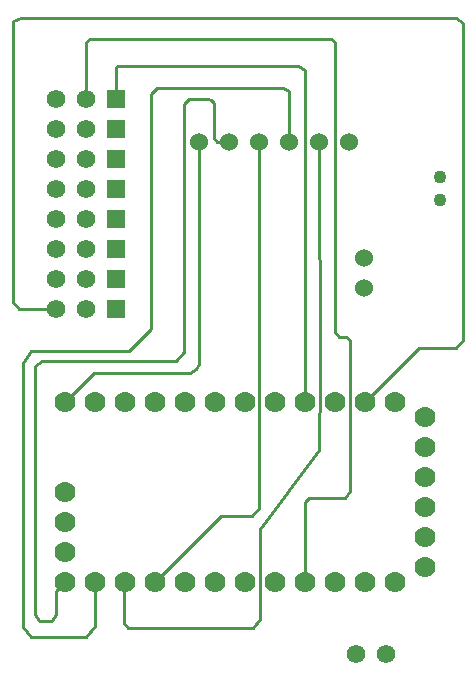
<source format=gtl>
G04 Layer: TopLayer*
G04 EasyEDA v6.5.46, 2025-08-30 12:54:10*
G04 04c061e2933c4fd480ff2fcb95437ea8,10*
G04 Gerber Generator version 0.2*
G04 Scale: 100 percent, Rotated: No, Reflected: No *
G04 Dimensions in millimeters *
G04 leading zeros omitted , absolute positions ,4 integer and 5 decimal *
%FSLAX45Y45*%
%MOMM*%

%ADD10C,0.2540*%
%ADD11C,1.5240*%
%ADD12C,1.7780*%
%ADD13C,1.1000*%
%ADD14C,1.5700*%
%ADD15R,1.5700X1.5700*%

%LPD*%
D10*
X482587Y-2959100D02*
G01*
X166611Y-2959100D01*
X114287Y-2907792D01*
X114287Y-526795D01*
X180581Y-495300D01*
X3868661Y-495300D01*
X3924287Y-538225D01*
X3924287Y-3223767D01*
X3870185Y-3289300D01*
X3556495Y-3289300D01*
X3093453Y-3752342D01*
X736587Y-1181100D02*
G01*
X736587Y-700023D01*
X768845Y-673100D01*
X2805671Y-673100D01*
X2844787Y-704595D01*
X2844787Y-3155695D01*
X2872981Y-3200400D01*
X2936989Y-3200400D01*
X2971787Y-3224529D01*
X2971787Y-4499863D01*
X2928353Y-4559300D01*
X2623045Y-4559300D01*
X2585453Y-4594859D01*
X2585453Y-5276342D01*
X2451087Y-1549400D02*
G01*
X2451087Y-1120393D01*
X2405621Y-1092200D01*
X1332471Y-1092200D01*
X1282687Y-1139189D01*
X1282687Y-3132327D01*
X1100315Y-3314700D01*
X271767Y-3314700D01*
X203187Y-3422142D01*
X203187Y-5657342D01*
X271767Y-5740400D01*
X734301Y-5740400D01*
X812787Y-5650992D01*
X812787Y-5281675D01*
X807453Y-5276342D01*
X2585453Y-3752342D02*
G01*
X2585453Y-942593D01*
X2532875Y-901700D01*
X1003287Y-901700D01*
X990587Y-914400D01*
X990587Y-1181100D01*
X2705087Y-1549400D02*
G01*
X2717787Y-3530600D01*
X2705087Y-4152900D01*
X2209787Y-4826000D01*
X2209787Y-5590539D01*
X2144763Y-5664200D01*
X1092187Y-5664200D01*
X1054087Y-5619495D01*
X1054087Y-5283707D01*
X1061453Y-5276342D01*
X1943087Y-1549400D02*
G01*
X1842503Y-1549400D01*
X1816087Y-1516887D01*
X1816087Y-1220723D01*
X1790687Y-1193800D01*
X1768335Y-1181100D01*
X1601711Y-1181100D01*
X1562087Y-1226819D01*
X1562087Y-3329939D01*
X1497317Y-3403600D01*
X362953Y-3403600D01*
X304787Y-3446271D01*
X304787Y-5541009D01*
X333489Y-5600700D01*
X443471Y-5600700D01*
X482587Y-5544819D01*
X482587Y-5347207D01*
X553453Y-5276342D01*
X2197087Y-1549400D02*
G01*
X2197087Y-4650993D01*
X2140953Y-4711700D01*
X1880095Y-4711700D01*
X1315453Y-5276342D01*
X1689087Y-1549400D02*
G01*
X1689087Y-3430523D01*
X1663700Y-3467100D01*
X1614665Y-3505200D01*
X800595Y-3505200D01*
X553453Y-3752342D01*
D11*
G01*
X1689100Y-1549400D03*
G01*
X1943100Y-1549400D03*
G01*
X2197100Y-1549400D03*
G01*
X2451100Y-1549400D03*
G01*
X2705100Y-1549400D03*
G01*
X2959100Y-1549400D03*
G01*
X3086100Y-2527300D03*
G01*
X3086100Y-2781300D03*
D12*
G01*
X553453Y-5276253D03*
G01*
X807453Y-5276253D03*
G01*
X1061453Y-5276253D03*
G01*
X1315453Y-5276253D03*
G01*
X1569453Y-5276253D03*
G01*
X1823453Y-5276253D03*
G01*
X2077453Y-5276253D03*
G01*
X2331453Y-5276253D03*
G01*
X2585453Y-5276253D03*
G01*
X2839453Y-5276253D03*
G01*
X3093453Y-5276253D03*
G01*
X3347453Y-5276253D03*
G01*
X3347453Y-3752253D03*
G01*
X3093453Y-3752253D03*
G01*
X2839453Y-3752253D03*
G01*
X2585453Y-3752253D03*
G01*
X2331453Y-3752253D03*
G01*
X2077453Y-3752253D03*
G01*
X1823453Y-3752253D03*
G01*
X1569453Y-3752253D03*
G01*
X1315453Y-3752253D03*
G01*
X1061453Y-3752253D03*
G01*
X807453Y-3752253D03*
G01*
X553453Y-3752253D03*
G01*
X553453Y-4514253D03*
G01*
X553453Y-4768253D03*
G01*
X553453Y-5022253D03*
G01*
X3601453Y-4133253D03*
G01*
X3601453Y-4387253D03*
G01*
X3601453Y-4641253D03*
G01*
X3601453Y-4895253D03*
G01*
X3601453Y-5149253D03*
G01*
X3601453Y-3879253D03*
D13*
G01*
X3733800Y-2043099D03*
G01*
X3733800Y-1843100D03*
D14*
G01*
X482600Y-1181100D03*
G01*
X482600Y-1435100D03*
G01*
X482600Y-1689100D03*
G01*
X482600Y-1943100D03*
G01*
X482600Y-2197100D03*
G01*
X482600Y-2451100D03*
G01*
X482600Y-2705100D03*
G01*
X736600Y-2705100D03*
G01*
X736600Y-2451100D03*
G01*
X736600Y-2197100D03*
G01*
X736600Y-1943100D03*
G01*
X736600Y-1689100D03*
G01*
X736600Y-1435100D03*
G01*
X736600Y-1181100D03*
D15*
G01*
X990600Y-1181100D03*
G01*
X990600Y-1435100D03*
G01*
X990600Y-1689100D03*
G01*
X990600Y-1943100D03*
G01*
X990600Y-2197100D03*
G01*
X990600Y-2451100D03*
G01*
X990600Y-2705100D03*
D14*
G01*
X3022602Y-5880100D03*
G01*
X3276602Y-5880100D03*
G01*
X482600Y-2959100D03*
G01*
X736600Y-2959100D03*
D15*
G01*
X990600Y-2959100D03*
M02*

</source>
